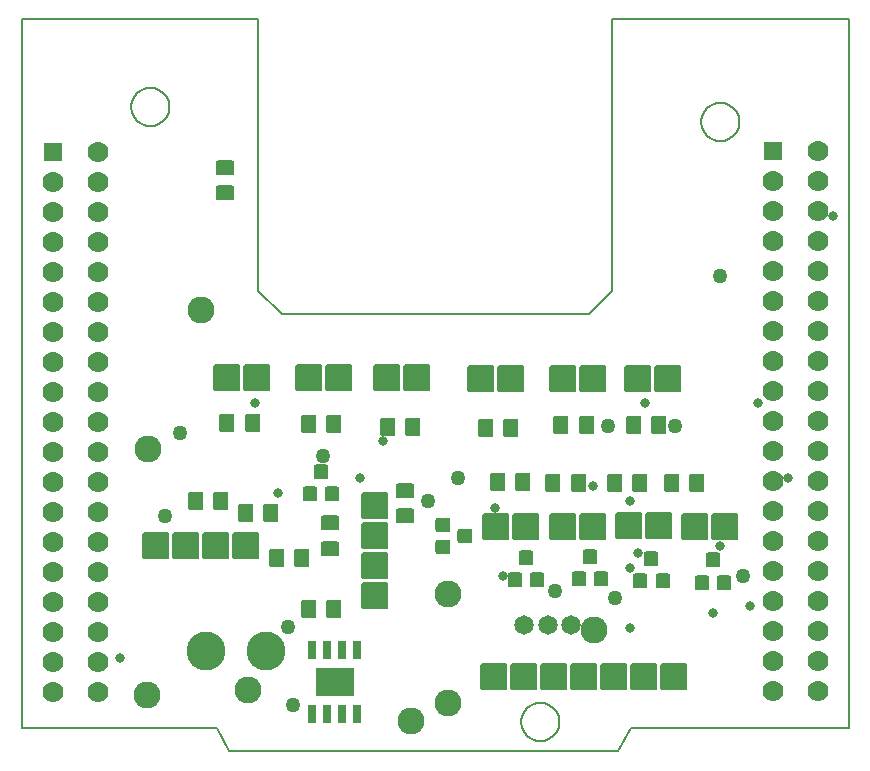
<source format=gbr>
G04 PROTEUS GERBER X2 FILE*
%TF.GenerationSoftware,Labcenter,Proteus,8.12-SP0-Build30713*%
%TF.CreationDate,2021-08-06T04:24:26+00:00*%
%TF.FileFunction,Soldermask,Top*%
%TF.FilePolarity,Negative*%
%TF.Part,Single*%
%TF.SameCoordinates,{793229e0-97f6-4af7-a571-5be770182b8e}*%
%FSLAX45Y45*%
%MOMM*%
G01*
%TA.AperFunction,Material*%
%ADD31C,1.270000*%
%ADD32C,0.812800*%
%AMPPAD027*
4,1,36,
0.762000,-0.635000,
0.762000,0.635000,
0.759470,0.660970,
0.752200,0.684980,
0.740650,0.706580,
0.725290,0.725290,
0.706570,0.740650,
0.684980,0.752200,
0.660970,0.759470,
0.635000,0.762000,
-0.635000,0.762000,
-0.660970,0.759470,
-0.684980,0.752200,
-0.706570,0.740650,
-0.725290,0.725290,
-0.740650,0.706580,
-0.752200,0.684980,
-0.759470,0.660970,
-0.762000,0.635000,
-0.762000,-0.635000,
-0.759470,-0.660970,
-0.752200,-0.684980,
-0.740650,-0.706580,
-0.725290,-0.725290,
-0.706570,-0.740650,
-0.684980,-0.752200,
-0.660970,-0.759470,
-0.635000,-0.762000,
0.635000,-0.762000,
0.660970,-0.759470,
0.684980,-0.752200,
0.706570,-0.740650,
0.725290,-0.725290,
0.740650,-0.706580,
0.752200,-0.684980,
0.759470,-0.660970,
0.762000,-0.635000,
0*%
%TA.AperFunction,Material*%
%ADD33PPAD027*%
%ADD34C,1.778000*%
%TA.AperFunction,Material*%
%ADD35C,2.286000*%
%TA.AperFunction,Material*%
%ADD36C,3.302000*%
%AMPPAD031*
4,1,4,
-0.304800,0.774700,
0.304800,0.774700,
0.304800,-0.774700,
-0.304800,-0.774700,
-0.304800,0.774700,
0*%
%TA.AperFunction,Material*%
%ADD37PPAD031*%
%AMPPAD032*
4,1,4,
1.574800,1.219200,
1.574800,-1.219200,
-1.574800,-1.219200,
-1.574800,1.219200,
1.574800,1.219200,
0*%
%ADD38PPAD032*%
%AMPPAD033*
4,1,36,
0.508000,-0.762000,
-0.508000,-0.762000,
-0.533970,-0.759470,
-0.557980,-0.752200,
-0.579580,-0.740650,
-0.598290,-0.725290,
-0.613650,-0.706570,
-0.625200,-0.684980,
-0.632470,-0.660970,
-0.635000,-0.635000,
-0.635000,0.635000,
-0.632470,0.660970,
-0.625200,0.684980,
-0.613650,0.706570,
-0.598290,0.725290,
-0.579580,0.740650,
-0.557980,0.752200,
-0.533970,0.759470,
-0.508000,0.762000,
0.508000,0.762000,
0.533970,0.759470,
0.557980,0.752200,
0.579580,0.740650,
0.598290,0.725290,
0.613650,0.706570,
0.625200,0.684980,
0.632470,0.660970,
0.635000,0.635000,
0.635000,-0.635000,
0.632470,-0.660970,
0.625200,-0.684980,
0.613650,-0.706570,
0.598290,-0.725290,
0.579580,-0.740650,
0.557980,-0.752200,
0.533970,-0.759470,
0.508000,-0.762000,
0*%
%TA.AperFunction,Material*%
%ADD39PPAD033*%
%AMPPAD034*
4,1,36,
1.016000,-1.143000,
-1.016000,-1.143000,
-1.041970,-1.140470,
-1.065980,-1.133200,
-1.087580,-1.121650,
-1.106290,-1.106290,
-1.121650,-1.087570,
-1.133200,-1.065980,
-1.140470,-1.041970,
-1.143000,-1.016000,
-1.143000,1.016000,
-1.140470,1.041970,
-1.133200,1.065980,
-1.121650,1.087570,
-1.106290,1.106290,
-1.087580,1.121650,
-1.065980,1.133200,
-1.041970,1.140470,
-1.016000,1.143000,
1.016000,1.143000,
1.041970,1.140470,
1.065980,1.133200,
1.087580,1.121650,
1.106290,1.106290,
1.121650,1.087570,
1.133200,1.065980,
1.140470,1.041970,
1.143000,1.016000,
1.143000,-1.016000,
1.140470,-1.041970,
1.133200,-1.065980,
1.121650,-1.087570,
1.106290,-1.106290,
1.087580,-1.121650,
1.065980,-1.133200,
1.041970,-1.140470,
1.016000,-1.143000,
0*%
%TA.AperFunction,Material*%
%ADD40PPAD034*%
%AMPPAD035*
4,1,36,
1.143000,1.016000,
1.143000,-1.016000,
1.140470,-1.041970,
1.133200,-1.065980,
1.121650,-1.087580,
1.106290,-1.106290,
1.087570,-1.121650,
1.065980,-1.133200,
1.041970,-1.140470,
1.016000,-1.143000,
-1.016000,-1.143000,
-1.041970,-1.140470,
-1.065980,-1.133200,
-1.087570,-1.121650,
-1.106290,-1.106290,
-1.121650,-1.087580,
-1.133200,-1.065980,
-1.140470,-1.041970,
-1.143000,-1.016000,
-1.143000,1.016000,
-1.140470,1.041970,
-1.133200,1.065980,
-1.121650,1.087580,
-1.106290,1.106290,
-1.087570,1.121650,
-1.065980,1.133200,
-1.041970,1.140470,
-1.016000,1.143000,
1.016000,1.143000,
1.041970,1.140470,
1.065980,1.133200,
1.087570,1.121650,
1.106290,1.106290,
1.121650,1.087580,
1.133200,1.065980,
1.140470,1.041970,
1.143000,1.016000,
0*%
%TA.AperFunction,Material*%
%ADD41PPAD035*%
%AMPPAD036*
4,1,36,
-0.635000,-0.444500,
-0.635000,0.444500,
-0.632470,0.470470,
-0.625200,0.494480,
-0.613650,0.516080,
-0.598290,0.534790,
-0.579570,0.550150,
-0.557980,0.561700,
-0.533970,0.568970,
-0.508000,0.571500,
0.508000,0.571500,
0.533970,0.568970,
0.557980,0.561700,
0.579570,0.550150,
0.598290,0.534790,
0.613650,0.516080,
0.625200,0.494480,
0.632470,0.470470,
0.635000,0.444500,
0.635000,-0.444500,
0.632470,-0.470470,
0.625200,-0.494480,
0.613650,-0.516080,
0.598290,-0.534790,
0.579570,-0.550150,
0.557980,-0.561700,
0.533970,-0.568970,
0.508000,-0.571500,
-0.508000,-0.571500,
-0.533970,-0.568970,
-0.557980,-0.561700,
-0.579570,-0.550150,
-0.598290,-0.534790,
-0.613650,-0.516080,
-0.625200,-0.494480,
-0.632470,-0.470470,
-0.635000,-0.444500,
0*%
%TA.AperFunction,Material*%
%ADD42PPAD036*%
%AMPPAD037*
4,1,36,
0.762000,0.508000,
0.762000,-0.508000,
0.759470,-0.533970,
0.752200,-0.557980,
0.740650,-0.579580,
0.725290,-0.598290,
0.706570,-0.613650,
0.684980,-0.625200,
0.660970,-0.632470,
0.635000,-0.635000,
-0.635000,-0.635000,
-0.660970,-0.632470,
-0.684980,-0.625200,
-0.706570,-0.613650,
-0.725290,-0.598290,
-0.740650,-0.579580,
-0.752200,-0.557980,
-0.759470,-0.533970,
-0.762000,-0.508000,
-0.762000,0.508000,
-0.759470,0.533970,
-0.752200,0.557980,
-0.740650,0.579580,
-0.725290,0.598290,
-0.706570,0.613650,
-0.684980,0.625200,
-0.660970,0.632470,
-0.635000,0.635000,
0.635000,0.635000,
0.660970,0.632470,
0.684980,0.625200,
0.706570,0.613650,
0.725290,0.598290,
0.740650,0.579580,
0.752200,0.557980,
0.759470,0.533970,
0.762000,0.508000,
0*%
%TA.AperFunction,Material*%
%ADD43PPAD037*%
%AMPPAD038*
4,1,36,
0.444500,-0.635000,
-0.444500,-0.635000,
-0.470470,-0.632470,
-0.494480,-0.625200,
-0.516080,-0.613650,
-0.534790,-0.598290,
-0.550150,-0.579570,
-0.561700,-0.557980,
-0.568970,-0.533970,
-0.571500,-0.508000,
-0.571500,0.508000,
-0.568970,0.533970,
-0.561700,0.557980,
-0.550150,0.579570,
-0.534790,0.598290,
-0.516080,0.613650,
-0.494480,0.625200,
-0.470470,0.632470,
-0.444500,0.635000,
0.444500,0.635000,
0.470470,0.632470,
0.494480,0.625200,
0.516080,0.613650,
0.534790,0.598290,
0.550150,0.579570,
0.561700,0.557980,
0.568970,0.533970,
0.571500,0.508000,
0.571500,-0.508000,
0.568970,-0.533970,
0.561700,-0.557980,
0.550150,-0.579570,
0.534790,-0.598290,
0.516080,-0.613650,
0.494480,-0.625200,
0.470470,-0.632470,
0.444500,-0.635000,
0*%
%TA.AperFunction,Material*%
%ADD44PPAD038*%
%ADD45C,1.651000*%
%TA.AperFunction,Profile*%
%ADD24C,0.203200*%
%TD.AperFunction*%
D31*
X+2291905Y+192055D03*
X+2547500Y+2301500D03*
X+1214000Y+1793500D03*
X+3690500Y+2111000D03*
X+5024000Y+1095000D03*
X+5913000Y+3825500D03*
X+1341000Y+2492000D03*
X+4960500Y+2555500D03*
X+4516000Y+1158500D03*
X+3436500Y+1920500D03*
X+6103500Y+1285500D03*
X+5532000Y+2555500D03*
X+2252372Y+850938D03*
D32*
X+5913000Y+1539500D03*
X+4008000Y+1857000D03*
X+4833500Y+2047500D03*
X+5151000Y+1920500D03*
X+5849500Y+968000D03*
X+5151000Y+1349000D03*
X+5151000Y+841000D03*
X+6484500Y+2111000D03*
X+6167000Y+1031500D03*
X+6230500Y+2746000D03*
X+5278000Y+2746000D03*
X+6865500Y+4333500D03*
X+1976000Y+2746000D03*
X+833000Y+587000D03*
X+2166500Y+1984000D03*
X+3055500Y+2428500D03*
X+4071500Y+1285500D03*
X+2865000Y+2111000D03*
X+5214500Y+1476000D03*
D33*
X+260000Y+4876000D03*
D34*
X+641000Y+4876000D03*
X+260000Y+4622000D03*
X+641000Y+4622000D03*
X+260000Y+4368000D03*
X+641000Y+4368000D03*
X+260000Y+4114000D03*
X+641000Y+4114000D03*
X+260000Y+3860000D03*
X+641000Y+3860000D03*
X+260000Y+3606000D03*
X+641000Y+3606000D03*
X+260000Y+3352000D03*
X+641000Y+3352000D03*
X+260000Y+3098000D03*
X+641000Y+3098000D03*
X+260000Y+2844000D03*
X+641000Y+2844000D03*
X+260000Y+2590000D03*
X+641000Y+2590000D03*
X+260000Y+2336000D03*
X+641000Y+2336000D03*
X+260000Y+2082000D03*
X+641000Y+2082000D03*
X+260000Y+1828000D03*
X+641000Y+1828000D03*
X+260000Y+1574000D03*
X+641000Y+1574000D03*
X+260000Y+1320000D03*
X+641000Y+1320000D03*
X+260000Y+1066000D03*
X+641000Y+1066000D03*
X+260000Y+812000D03*
X+641000Y+812000D03*
X+260000Y+558000D03*
X+641000Y+558000D03*
X+260000Y+304000D03*
X+641000Y+304000D03*
D33*
X+6356000Y+4880000D03*
D34*
X+6737000Y+4880000D03*
X+6356000Y+4626000D03*
X+6737000Y+4626000D03*
X+6356000Y+4372000D03*
X+6737000Y+4372000D03*
X+6356000Y+4118000D03*
X+6737000Y+4118000D03*
X+6356000Y+3864000D03*
X+6737000Y+3864000D03*
X+6356000Y+3610000D03*
X+6737000Y+3610000D03*
X+6356000Y+3356000D03*
X+6737000Y+3356000D03*
X+6356000Y+3102000D03*
X+6737000Y+3102000D03*
X+6356000Y+2848000D03*
X+6737000Y+2848000D03*
X+6356000Y+2594000D03*
X+6737000Y+2594000D03*
X+6356000Y+2340000D03*
X+6737000Y+2340000D03*
X+6356000Y+2086000D03*
X+6737000Y+2086000D03*
X+6356000Y+1832000D03*
X+6737000Y+1832000D03*
X+6356000Y+1578000D03*
X+6737000Y+1578000D03*
X+6356000Y+1324000D03*
X+6737000Y+1324000D03*
X+6356000Y+1070000D03*
X+6737000Y+1070000D03*
X+6356000Y+816000D03*
X+6737000Y+816000D03*
X+6356000Y+562000D03*
X+6737000Y+562000D03*
X+6356000Y+308000D03*
X+6737000Y+308000D03*
D35*
X+1060000Y+280000D03*
X+1520000Y+3540000D03*
X+1070000Y+2360000D03*
D36*
X+1560000Y+650000D03*
X+2068000Y+650000D03*
D35*
X+1910000Y+320000D03*
D37*
X+2840500Y+660000D03*
X+2713500Y+660000D03*
X+2586500Y+660000D03*
X+2459500Y+660000D03*
X+2459500Y+120000D03*
X+2586500Y+120000D03*
X+2713500Y+120000D03*
X+2840500Y+120000D03*
D38*
X+2650000Y+390000D03*
D39*
X+2640000Y+1010000D03*
X+2426640Y+1010000D03*
D35*
X+3290000Y+60000D03*
X+3610000Y+210000D03*
D40*
X+5520000Y+430000D03*
X+5266000Y+430000D03*
X+5012000Y+430000D03*
X+4758000Y+430000D03*
X+4504000Y+430000D03*
X+4250000Y+430000D03*
X+3996000Y+430000D03*
D41*
X+2992000Y+1880000D03*
X+2992000Y+1626000D03*
X+2992000Y+1372000D03*
X+2992000Y+1118000D03*
D42*
X+3754000Y+1626000D03*
X+3563500Y+1719980D03*
X+3563500Y+1532020D03*
D43*
X+2611000Y+1730000D03*
X+2611000Y+1516640D03*
X+1722000Y+4524000D03*
X+1722000Y+4737360D03*
X+3246000Y+2007000D03*
X+3246000Y+1793640D03*
D35*
X+3610000Y+1130000D03*
D40*
X+1138000Y+1540000D03*
X+1392000Y+1540000D03*
X+1646000Y+1540000D03*
X+1900000Y+1540000D03*
D39*
X+1896640Y+1820000D03*
X+2110000Y+1820000D03*
X+1470000Y+1920000D03*
X+1683360Y+1920000D03*
X+2160000Y+1440000D03*
X+2373360Y+1440000D03*
D44*
X+2530000Y+2170000D03*
X+2436020Y+1979500D03*
X+2623980Y+1979500D03*
D40*
X+4010000Y+1700000D03*
X+4264000Y+1700000D03*
D44*
X+4270000Y+1440000D03*
X+4176020Y+1249500D03*
X+4363980Y+1249500D03*
D39*
X+4030000Y+2080000D03*
X+4243360Y+2080000D03*
D40*
X+4580000Y+1700000D03*
X+4834000Y+1700000D03*
D39*
X+4500000Y+2070000D03*
X+4713360Y+2070000D03*
D44*
X+4810000Y+1450000D03*
X+4716020Y+1259500D03*
X+4903980Y+1259500D03*
D40*
X+5140000Y+1710000D03*
X+5394000Y+1710000D03*
X+5700000Y+1700000D03*
X+5954000Y+1700000D03*
D44*
X+5330000Y+1430000D03*
X+5236020Y+1239500D03*
X+5423980Y+1239500D03*
X+5850000Y+1420000D03*
X+5756020Y+1229500D03*
X+5943980Y+1229500D03*
D39*
X+5020000Y+2070000D03*
X+5233360Y+2070000D03*
X+5500000Y+2070000D03*
X+5713360Y+2070000D03*
D45*
X+4250000Y+870000D03*
X+4450000Y+870000D03*
X+4650000Y+870000D03*
D35*
X+4840000Y+830000D03*
D40*
X+1736000Y+2960000D03*
X+1990000Y+2960000D03*
D39*
X+1740000Y+2580000D03*
X+1953360Y+2580000D03*
D40*
X+3890000Y+2950000D03*
X+4144000Y+2950000D03*
D39*
X+3926640Y+2540000D03*
X+4140000Y+2540000D03*
D40*
X+4580000Y+2950000D03*
X+4834000Y+2950000D03*
D39*
X+4566640Y+2560000D03*
X+4780000Y+2560000D03*
D40*
X+2430000Y+2960000D03*
X+2684000Y+2960000D03*
D39*
X+2430000Y+2570000D03*
X+2643360Y+2570000D03*
D40*
X+3090000Y+2960000D03*
X+3344000Y+2960000D03*
D39*
X+3100000Y+2550000D03*
X+3313360Y+2550000D03*
D40*
X+5220000Y+2950000D03*
X+5474000Y+2950000D03*
D39*
X+5180000Y+2560000D03*
X+5393360Y+2560000D03*
D24*
X+0Y+0D02*
X+1650000Y+0D01*
X+7000000Y+0D02*
X+7000000Y+6000000D01*
X+5000000Y+6000000D01*
X+5000000Y+3700000D01*
X+4800000Y+3500000D01*
X+2200000Y+3500000D01*
X+2000000Y+3700000D02*
X+2000000Y+6000000D01*
X+0Y+6000000D01*
X+0Y+0D01*
X+2000000Y+3700000D02*
X+2200000Y+3500000D01*
X+5160000Y+0D02*
X+7000000Y+0D01*
X+1750000Y-200000D02*
X+5050000Y-200000D01*
X+1650000Y+0D02*
X+1750000Y-200000D01*
X+5160000Y+0D02*
X+5050000Y-200000D01*
X+4550045Y+50000D02*
X+4549508Y+63142D01*
X+4545144Y+89427D01*
X+4536029Y+115712D01*
X+4521182Y+141997D01*
X+4498470Y+168118D01*
X+4472185Y+187898D01*
X+4445900Y+200658D01*
X+4419615Y+208108D01*
X+4393330Y+210987D01*
X+4389000Y+211045D01*
X+4227955Y+50000D02*
X+4228492Y+63142D01*
X+4232856Y+89427D01*
X+4241971Y+115712D01*
X+4256818Y+141997D01*
X+4279530Y+168118D01*
X+4305815Y+187898D01*
X+4332100Y+200658D01*
X+4358385Y+208108D01*
X+4384670Y+210987D01*
X+4389000Y+211045D01*
X+4227955Y+50000D02*
X+4228492Y+36858D01*
X+4232856Y+10573D01*
X+4241971Y-15712D01*
X+4256818Y-41997D01*
X+4279530Y-68118D01*
X+4305815Y-87898D01*
X+4332100Y-100658D01*
X+4358385Y-108108D01*
X+4384670Y-110987D01*
X+4389000Y-111045D01*
X+4550045Y+50000D02*
X+4549508Y+36858D01*
X+4545144Y+10573D01*
X+4536029Y-15712D01*
X+4521182Y-41997D01*
X+4498470Y-68118D01*
X+4472185Y-87898D01*
X+4445900Y-100658D01*
X+4419615Y-108108D01*
X+4393330Y-110987D01*
X+4389000Y-111045D01*
X+6074045Y+5130000D02*
X+6073508Y+5143142D01*
X+6069144Y+5169427D01*
X+6060029Y+5195712D01*
X+6045182Y+5221997D01*
X+6022470Y+5248118D01*
X+5996185Y+5267898D01*
X+5969900Y+5280658D01*
X+5943615Y+5288108D01*
X+5917330Y+5290987D01*
X+5913000Y+5291045D01*
X+5751955Y+5130000D02*
X+5752492Y+5143142D01*
X+5756856Y+5169427D01*
X+5765971Y+5195712D01*
X+5780818Y+5221997D01*
X+5803530Y+5248118D01*
X+5829815Y+5267898D01*
X+5856100Y+5280658D01*
X+5882385Y+5288108D01*
X+5908670Y+5290987D01*
X+5913000Y+5291045D01*
X+5751955Y+5130000D02*
X+5752492Y+5116858D01*
X+5756856Y+5090573D01*
X+5765971Y+5064288D01*
X+5780818Y+5038003D01*
X+5803530Y+5011882D01*
X+5829815Y+4992102D01*
X+5856100Y+4979342D01*
X+5882385Y+4971892D01*
X+5908670Y+4969013D01*
X+5913000Y+4968955D01*
X+6074045Y+5130000D02*
X+6073508Y+5116858D01*
X+6069144Y+5090573D01*
X+6060029Y+5064288D01*
X+6045182Y+5038003D01*
X+6022470Y+5011882D01*
X+5996185Y+4992102D01*
X+5969900Y+4979342D01*
X+5943615Y+4971892D01*
X+5917330Y+4969013D01*
X+5913000Y+4968955D01*
X+1248045Y+5257000D02*
X+1247508Y+5270142D01*
X+1243144Y+5296427D01*
X+1234029Y+5322712D01*
X+1219182Y+5348997D01*
X+1196470Y+5375118D01*
X+1170185Y+5394898D01*
X+1143900Y+5407658D01*
X+1117615Y+5415108D01*
X+1091330Y+5417987D01*
X+1087000Y+5418045D01*
X+925955Y+5257000D02*
X+926492Y+5270142D01*
X+930856Y+5296427D01*
X+939971Y+5322712D01*
X+954818Y+5348997D01*
X+977530Y+5375118D01*
X+1003815Y+5394898D01*
X+1030100Y+5407658D01*
X+1056385Y+5415108D01*
X+1082670Y+5417987D01*
X+1087000Y+5418045D01*
X+925955Y+5257000D02*
X+926492Y+5243858D01*
X+930856Y+5217573D01*
X+939971Y+5191288D01*
X+954818Y+5165003D01*
X+977530Y+5138882D01*
X+1003815Y+5119102D01*
X+1030100Y+5106342D01*
X+1056385Y+5098892D01*
X+1082670Y+5096013D01*
X+1087000Y+5095955D01*
X+1248045Y+5257000D02*
X+1247508Y+5243858D01*
X+1243144Y+5217573D01*
X+1234029Y+5191288D01*
X+1219182Y+5165003D01*
X+1196470Y+5138882D01*
X+1170185Y+5119102D01*
X+1143900Y+5106342D01*
X+1117615Y+5098892D01*
X+1091330Y+5096013D01*
X+1087000Y+5095955D01*
M02*

</source>
